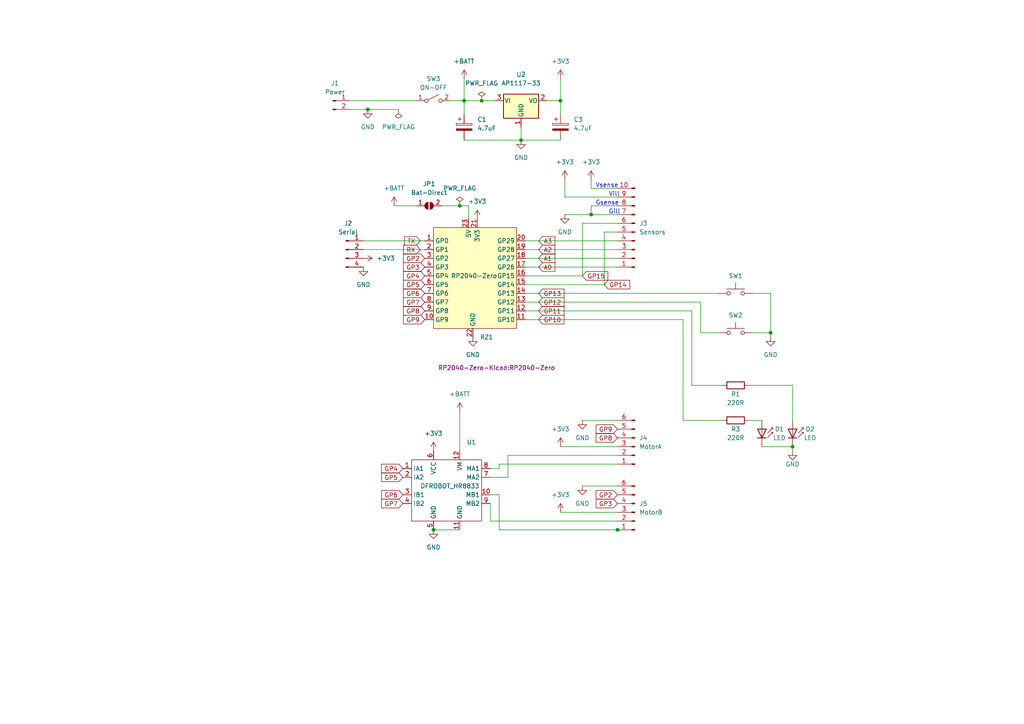
<source format=kicad_sch>
(kicad_sch (version 20211123) (generator eeschema)
  (paper "A4")
  (lib_symbols
    (symbol "Connector:Conn_01x02_Male" (pin_names (offset 1.016) hide)
      (property "Reference" "J" (at 0 2.54 0))
      (property "Value" "Conn_01x02_Male" (at 0 -5.08 0))
      (symbol "Conn_01x02_Male_1_1"
        (polyline (pts (xy 1.27 -2.54) (xy 0.8636 -2.54)) (stroke (width 0.1524)))
        (polyline (pts (xy 1.27 0) (xy 0.8636 0)) (stroke (width 0.1524)))
        (rectangle (start 0.8636 -2.413) (end 0 -2.667) (stroke (width 0.1524)) (fill (type outline)))
        (rectangle (start 0.8636 0.127) (end 0 -0.127) (stroke (width 0.1524)) (fill (type outline)))
        (pin passive line (at 5.08 0 180) (length 3.81) (name "Pin_1") (number "1"))
        (pin passive line (at 5.08 -2.54 180) (length 3.81) (name "Pin_2") (number "2"))
      )
    )
    (symbol "Connector:Conn_01x04_Male" (pin_names (offset 1.016) hide)
      (property "Reference" "J" (at 0 5.08 0))
      (property "Value" "Conn_01x04_Male" (at 0 -7.62 0))
      (symbol "Conn_01x04_Male_1_1"
        (polyline (pts (xy 1.27 -5.08) (xy 0.8636 -5.08)) (stroke (width 0.1524)))
        (polyline (pts (xy 1.27 -2.54) (xy 0.8636 -2.54)) (stroke (width 0.1524)))
        (polyline (pts (xy 1.27 0) (xy 0.8636 0)) (stroke (width 0.1524)))
        (polyline (pts (xy 1.27 2.54) (xy 0.8636 2.54)) (stroke (width 0.1524)))
        (rectangle (start 0.8636 -4.953) (end 0 -5.207) (stroke (width 0.1524)) (fill (type outline)))
        (rectangle (start 0.8636 -2.413) (end 0 -2.667) (stroke (width 0.1524)) (fill (type outline)))
        (rectangle (start 0.8636 0.127) (end 0 -0.127) (stroke (width 0.1524)) (fill (type outline)))
        (rectangle (start 0.8636 2.667) (end 0 2.413) (stroke (width 0.1524)) (fill (type outline)))
        (pin passive line (at 5.08 2.54 180) (length 3.81) (name "Pin_1") (number "1"))
        (pin passive line (at 5.08 0 180) (length 3.81) (name "Pin_2") (number "2"))
        (pin passive line (at 5.08 -2.54 180) (length 3.81) (name "Pin_3") (number "3"))
        (pin passive line (at 5.08 -5.08 180) (length 3.81) (name "Pin_4") (number "4"))
      )
    )
    (symbol "Connector:Conn_01x06_Male" (pin_names (offset 1.016) hide)
      (property "Reference" "J" (at 0 7.62 0))
      (property "Value" "Conn_01x06_Male" (at 0 -10.16 0))
      (symbol "Conn_01x06_Male_1_1"
        (polyline (pts (xy 1.27 -7.62) (xy 0.8636 -7.62)) (stroke (width 0.1524)))
        (polyline (pts (xy 1.27 -5.08) (xy 0.8636 -5.08)) (stroke (width 0.1524)))
        (polyline (pts (xy 1.27 -2.54) (xy 0.8636 -2.54)) (stroke (width 0.1524)))
        (polyline (pts (xy 1.27 0) (xy 0.8636 0)) (stroke (width 0.1524)))
        (polyline (pts (xy 1.27 2.54) (xy 0.8636 2.54)) (stroke (width 0.1524)))
        (polyline (pts (xy 1.27 5.08) (xy 0.8636 5.08)) (stroke (width 0.1524)))
        (rectangle (start 0.8636 -7.493) (end 0 -7.747) (stroke (width 0.1524)) (fill (type outline)))
        (rectangle (start 0.8636 -4.953) (end 0 -5.207) (stroke (width 0.1524)) (fill (type outline)))
        (rectangle (start 0.8636 -2.413) (end 0 -2.667) (stroke (width 0.1524)) (fill (type outline)))
        (rectangle (start 0.8636 0.127) (end 0 -0.127) (stroke (width 0.1524)) (fill (type outline)))
        (rectangle (start 0.8636 2.667) (end 0 2.413) (stroke (width 0.1524)) (fill (type outline)))
        (rectangle (start 0.8636 5.207) (end 0 4.953) (stroke (width 0.1524)) (fill (type outline)))
        (pin passive line (at 5.08 5.08 180) (length 3.81) (name "Pin_1") (number "1"))
        (pin passive line (at 5.08 2.54 180) (length 3.81) (name "Pin_2") (number "2"))
        (pin passive line (at 5.08 0 180) (length 3.81) (name "Pin_3") (number "3"))
        (pin passive line (at 5.08 -2.54 180) (length 3.81) (name "Pin_4") (number "4"))
        (pin passive line (at 5.08 -5.08 180) (length 3.81) (name "Pin_5") (number "5"))
        (pin passive line (at 5.08 -7.62 180) (length 3.81) (name "Pin_6") (number "6"))
      )
    )
    (symbol "Connector:Conn_01x10_Male" (pin_names (offset 1.016) hide)
      (property "Reference" "J" (at 0 12.7 0))
      (property "Value" "Conn_01x10_Male" (at 0 -15.24 0))
      (symbol "Conn_01x10_Male_1_1"
        (polyline (pts (xy 1.27 -12.7) (xy 0.8636 -12.7)) (stroke (width 0.1524)))
        (polyline (pts (xy 1.27 -10.16) (xy 0.8636 -10.16)) (stroke (width 0.1524)))
        (polyline (pts (xy 1.27 -7.62) (xy 0.8636 -7.62)) (stroke (width 0.1524)))
        (polyline (pts (xy 1.27 -5.08) (xy 0.8636 -5.08)) (stroke (width 0.1524)))
        (polyline (pts (xy 1.27 -2.54) (xy 0.8636 -2.54)) (stroke (width 0.1524)))
        (polyline (pts (xy 1.27 0) (xy 0.8636 0)) (stroke (width 0.1524)))
        (polyline (pts (xy 1.27 2.54) (xy 0.8636 2.54)) (stroke (width 0.1524)))
        (polyline (pts (xy 1.27 5.08) (xy 0.8636 5.08)) (stroke (width 0.1524)))
        (polyline (pts (xy 1.27 7.62) (xy 0.8636 7.62)) (stroke (width 0.1524)))
        (polyline (pts (xy 1.27 10.16) (xy 0.8636 10.16)) (stroke (width 0.1524)))
        (rectangle (start 0.8636 -12.573) (end 0 -12.827) (stroke (width 0.1524)) (fill (type outline)))
        (rectangle (start 0.8636 -10.033) (end 0 -10.287) (stroke (width 0.1524)) (fill (type outline)))
        (rectangle (start 0.8636 -7.493) (end 0 -7.747) (stroke (width 0.1524)) (fill (type outline)))
        (rectangle (start 0.8636 -4.953) (end 0 -5.207) (stroke (width 0.1524)) (fill (type outline)))
        (rectangle (start 0.8636 -2.413) (end 0 -2.667) (stroke (width 0.1524)) (fill (type outline)))
        (rectangle (start 0.8636 0.127) (end 0 -0.127) (stroke (width 0.1524)) (fill (type outline)))
        (rectangle (start 0.8636 2.667) (end 0 2.413) (stroke (width 0.1524)) (fill (type outline)))
        (rectangle (start 0.8636 5.207) (end 0 4.953) (stroke (width 0.1524)) (fill (type outline)))
        (rectangle (start 0.8636 7.747) (end 0 7.493) (stroke (width 0.1524)) (fill (type outline)))
        (rectangle (start 0.8636 10.287) (end 0 10.033) (stroke (width 0.1524)) (fill (type outline)))
        (pin passive line (at 5.08 10.16 180) (length 3.81) (name "Pin_1") (number "1"))
        (pin passive line (at 5.08 -12.7 180) (length 3.81) (name "Pin_10") (number "10"))
        (pin passive line (at 5.08 7.62 180) (length 3.81) (name "Pin_2") (number "2"))
        (pin passive line (at 5.08 5.08 180) (length 3.81) (name "Pin_3") (number "3"))
        (pin passive line (at 5.08 2.54 180) (length 3.81) (name "Pin_4") (number "4"))
        (pin passive line (at 5.08 0 180) (length 3.81) (name "Pin_5") (number "5"))
        (pin passive line (at 5.08 -2.54 180) (length 3.81) (name "Pin_6") (number "6"))
        (pin passive line (at 5.08 -5.08 180) (length 3.81) (name "Pin_7") (number "7"))
        (pin passive line (at 5.08 -7.62 180) (length 3.81) (name "Pin_8") (number "8"))
        (pin passive line (at 5.08 -10.16 180) (length 3.81) (name "Pin_9") (number "9"))
      )
    )
    (symbol "Device:C_Polarized" (pin_numbers hide) (pin_names (offset 0.254))
      (property "Reference" "C" (at 0.635 2.54 0))
      (property "Value" "C_Polarized" (at 0.635 -2.54 0))
      (symbol "C_Polarized_0_1"
        (rectangle (start -2.286 0.508) (end 2.286 1.016))
        (polyline (pts (xy -1.778 2.286) (xy -0.762 2.286)))
        (polyline (pts (xy -1.27 2.794) (xy -1.27 1.778)))
        (rectangle (start 2.286 -0.508) (end -2.286 -1.016) (fill (type outline)))
      )
      (symbol "C_Polarized_1_1"
        (pin passive line (at 0 3.81 270) (length 2.794) (name "~") (number "1"))
        (pin passive line (at 0 -3.81 90) (length 2.794) (name "~") (number "2"))
      )
    )
    (symbol "Device:R" (pin_numbers hide) (pin_names (offset 0))
      (property "Reference" "R" (at 2.032 0 90))
      (property "Value" "R" (at 0 0 90))
      (symbol "R_0_1"
        (rectangle (start -1.016 -2.54) (end 1.016 2.54) (stroke (width 0.254)))
      )
      (symbol "R_1_1"
        (pin passive line (at 0 3.81 270) (length 1.27) (name "~") (number "1"))
        (pin passive line (at 0 -3.81 90) (length 1.27) (name "~") (number "2"))
      )
    )
    (symbol "Jumper:SolderJumper_2_Open" (pin_names (offset 0) hide)
      (property "Reference" "JP" (at 0 2.032 0))
      (property "Value" "SolderJumper_2_Open" (at 0 -2.54 0))
      (symbol "SolderJumper_2_Open_0_1"
        (arc (start -0.254 1.016) (mid -1.27 0) (end -0.254 -1.016))
        (arc (start -0.254 1.016) (mid -1.27 0) (end -0.254 -1.016) (fill (type outline)))
        (polyline (pts (xy -0.254 1.016) (xy -0.254 -1.016)))
        (polyline (pts (xy 0.254 1.016) (xy 0.254 -1.016)))
        (arc (start 0.254 -1.016) (mid 1.27 0) (end 0.254 1.016))
        (arc (start 0.254 -1.016) (mid 1.27 0) (end 0.254 1.016) (fill (type outline)))
      )
      (symbol "SolderJumper_2_Open_1_1"
        (pin passive line (at -3.81 0 0) (length 2.54) (name "A") (number "1"))
        (pin passive line (at 3.81 0 180) (length 2.54) (name "B") (number "2"))
      )
    )
    (symbol "LED:SFH4346" (pin_numbers hide) (pin_names (offset 1.016) hide)
      (property "Reference" "D" (at 0.508 1.778 0))
      (property "Value" "SFH4346" (at -1.016 -2.794 0))
      (symbol "SFH4346_0_1"
        (polyline (pts (xy -2.54 1.27) (xy -2.54 -1.27)) (stroke (width 0.254)))
        (polyline (pts (xy 0 0) (xy -2.54 0)))
        (polyline (pts (xy 0.381 3.175) (xy -0.127 3.175)))
        (polyline (pts (xy -1.143 1.651) (xy 0.381 3.175) (xy 0.381 2.667)))
        (polyline (pts (xy 0 1.27) (xy -2.54 0) (xy 0 -1.27) (xy 0 1.27)) (stroke (width 0.254)))
        (polyline (pts (xy -2.413 1.651) (xy -0.889 3.175) (xy -0.889 2.667) (xy -0.889 3.175) (xy -1.397 3.175)))
      )
      (symbol "SFH4346_1_1"
        (pin passive line (at -5.08 0 0) (length 2.54) (name "K") (number "1"))
        (pin passive line (at 2.54 0 180) (length 2.54) (name "A") (number "2"))
      )
    )
    (symbol "MyMotorDrivers:DFROBOT_HR8833"
      (property "Reference" "U" (at 0 0 0))
      (property "Value" "DFROBOT_HR8833" (at 0 -8.89 0))
      (symbol "DFROBOT_HR8833_0_0"
        (pin input line (at -12.7 -3.81 0) (length 2.54) (name "IA1") (number "1"))
        (pin output line (at 12.7 -11.43 180) (length 2.54) (name "MB1") (number "10"))
        (pin power_in line (at 3.81 -21.59 90) (length 2.54) (name "GND") (number "11"))
        (pin power_in line (at 3.81 1.27 270) (length 2.54) (name "VM") (number "12"))
        (pin input line (at -12.7 -6.35 0) (length 2.54) (name "IA2") (number "2"))
        (pin input line (at -12.7 -11.43 0) (length 2.54) (name "IB1") (number "3"))
        (pin input line (at -12.7 -13.97 0) (length 2.54) (name "IB2") (number "4"))
        (pin power_in line (at -3.81 -21.59 90) (length 2.54) (name "GND") (number "5"))
        (pin power_in line (at -3.81 1.27 270) (length 2.54) (name "VCC") (number "6"))
        (pin output line (at 12.7 -6.35 180) (length 2.54) (name "MA2") (number "7"))
        (pin output line (at 12.7 -3.81 180) (length 2.54) (name "MA1") (number "8"))
        (pin output line (at 12.7 -13.97 180) (length 2.54) (name "MB2") (number "9"))
      )
      (symbol "DFROBOT_HR8833_0_1"
        (rectangle (start 10.16 -19.05) (end -10.16 -1.27))
      )
    )
    (symbol "Regulator_Linear:AP1117-33" (pin_names (offset 0.254))
      (property "Reference" "U" (at -3.81 3.175 0))
      (property "Value" "AP1117-33" (at 0 3.175 0))
      (symbol "AP1117-33_0_1"
        (rectangle (start -5.08 -5.08) (end 5.08 1.905) (stroke (width 0.254)) (fill (type background)))
      )
      (symbol "AP1117-33_1_1"
        (pin power_in line (at 0 -7.62 90) (length 2.54) (name "GND") (number "1"))
        (pin power_out line (at 7.62 0 180) (length 2.54) (name "VO") (number "2"))
        (pin power_in line (at -7.62 0 0) (length 2.54) (name "VI") (number "3"))
      )
    )
    (symbol "Switch:SW_Push" (pin_numbers hide) (pin_names (offset 1.016) hide)
      (property "Reference" "SW" (at 1.27 2.54 0))
      (property "Value" "SW_Push" (at 0 -1.524 0))
      (symbol "SW_Push_0_1"
        (circle (center -2.032 0) (radius 0.508))
        (polyline (pts (xy 0 1.27) (xy 0 3.048)))
        (polyline (pts (xy 2.54 1.27) (xy -2.54 1.27)))
        (circle (center 2.032 0) (radius 0.508))
        (pin passive line (at -5.08 0 0) (length 2.54) (name "1") (number "1"))
        (pin passive line (at 5.08 0 180) (length 2.54) (name "2") (number "2"))
      )
    )
    (symbol "Switch:SW_SPST" (pin_names (offset 0) hide)
      (property "Reference" "SW" (at 0 3.175 0))
      (property "Value" "SW_SPST" (at 0 -2.54 0))
      (symbol "SW_SPST_0_0"
        (circle (center -2.032 0) (radius 0.508))
        (polyline (pts (xy -1.524 0.254) (xy 1.524 1.778)))
        (circle (center 2.032 0) (radius 0.508))
      )
      (symbol "SW_SPST_1_1"
        (pin passive line (at -5.08 0 0) (length 2.54) (name "A") (number "1"))
        (pin passive line (at 5.08 0 180) (length 2.54) (name "B") (number "2"))
      )
    )
    (symbol "power:+3V3" (power) (pin_names (offset 0))
      (property "Value" "+3V3" (at 0 3.556 0))
      (symbol "+3V3_0_1"
        (polyline (pts (xy -0.762 1.27) (xy 0 2.54)))
        (polyline (pts (xy 0 0) (xy 0 2.54)))
        (polyline (pts (xy 0 2.54) (xy 0.762 1.27)))
      )
      (symbol "+3V3_1_1"
        (pin power_in line (at 0 0 90) (length 0) hide (name "+3V3") (number "1"))
      )
    )
    (symbol "power:+BATT" (power) (pin_names (offset 0))
      (property "Value" "+BATT" (at 0 3.556 0))
      (symbol "+BATT_0_1"
        (polyline (pts (xy -0.762 1.27) (xy 0 2.54)))
        (polyline (pts (xy 0 0) (xy 0 2.54)))
        (polyline (pts (xy 0 2.54) (xy 0.762 1.27)))
      )
      (symbol "+BATT_1_1"
        (pin power_in line (at 0 0 90) (length 0) hide (name "+BATT") (number "1"))
      )
    )
    (symbol "power:GND" (power) (pin_names (offset 0))
      (property "Value" "GND" (at 0 -3.81 0))
      (symbol "GND_0_1"
        (polyline (pts (xy 0 0) (xy 0 -1.27) (xy 1.27 -1.27) (xy 0 -2.54) (xy -1.27 -1.27) (xy 0 -1.27)))
      )
      (symbol "GND_1_1"
        (pin power_in line (at 0 0 270) (length 0) hide (name "GND") (number "1"))
      )
    )
    (symbol "power:PWR_FLAG" (power) (pin_numbers hide) (pin_names (offset 0) hide)
      (property "Value" "PWR_FLAG" (at 0 3.81 0))
      (symbol "PWR_FLAG_0_0"
        (pin power_out line (at 0 0 90) (length 0) (name "pwr") (number "1"))
      )
      (symbol "PWR_FLAG_0_1"
        (polyline (pts (xy 0 0) (xy 0 1.27) (xy -1.016 1.905) (xy 0 2.54) (xy 1.016 1.905) (xy 0 1.27)))
      )
    )
    (symbol "rp2040-zero:RP2040-Zero"
      (property "Reference" "RZ" (at 0 0 0))
      (property "Value" "RP2040-Zero" (at 0 -2.54 0))
      (property "Footprint" "RP2040-Zero:RP2040-Zero" (at 0 0 0))
      (symbol "RP2040-Zero_0_1"
        (rectangle (start -11.43 -15.24) (end 12.7 13.97) (fill (type background)))
      )
      (symbol "RP2040-Zero_1_1"
        (pin bidirectional line (at -13.97 10.16 0) (length 2.54) (name "GP0") (number "1"))
        (pin bidirectional line (at -13.97 -12.7 0) (length 2.54) (name "GP9") (number "10"))
        (pin bidirectional line (at 15.24 -12.7 180) (length 2.54) (name "GP10") (number "11"))
        (pin bidirectional line (at 15.24 -10.16 180) (length 2.54) (name "GP11") (number "12"))
        (pin bidirectional line (at 15.24 -7.62 180) (length 2.54) (name "GP12") (number "13"))
        (pin bidirectional line (at 15.24 -5.08 180) (length 2.54) (name "GP13") (number "14"))
        (pin bidirectional line (at 15.24 -2.54 180) (length 2.54) (name "GP14") (number "15"))
        (pin bidirectional line (at 15.24 0 180) (length 2.54) (name "GP15") (number "16"))
        (pin bidirectional line (at 15.24 2.54 180) (length 2.54) (name "GP26") (number "17"))
        (pin bidirectional line (at 15.24 5.08 180) (length 2.54) (name "GP27") (number "18"))
        (pin bidirectional line (at 15.24 7.62 180) (length 2.54) (name "GP28") (number "19"))
        (pin bidirectional line (at -13.97 7.62 0) (length 2.54) (name "GP1") (number "2"))
        (pin bidirectional line (at 15.24 10.16 180) (length 2.54) (name "GP29") (number "20"))
        (pin power_in line (at 1.27 16.51 270) (length 2.54) (name "3V3") (number "21"))
        (pin power_in line (at 0 -17.78 90) (length 2.54) (name "GND") (number "22"))
        (pin power_in line (at -1.27 16.51 270) (length 2.54) (name "5V") (number "23"))
        (pin bidirectional line (at -13.97 5.08 0) (length 2.54) (name "GP2") (number "3"))
        (pin bidirectional line (at -13.97 2.54 0) (length 2.54) (name "GP3") (number "4"))
        (pin bidirectional line (at -13.97 0 0) (length 2.54) (name "GP4") (number "5"))
        (pin bidirectional line (at -13.97 -2.54 0) (length 2.54) (name "GP5") (number "6"))
        (pin bidirectional line (at -13.97 -5.08 0) (length 2.54) (name "GP6") (number "7"))
        (pin bidirectional line (at -13.97 -7.62 0) (length 2.54) (name "GP7") (number "8"))
        (pin bidirectional line (at -13.97 -10.16 0) (length 2.54) (name "GP8") (number "9"))
      )
    )
  )
  (junction (at 223.52 96.52))
  (junction (at 106.68 31.75))
  (junction (at 151.13 40.64))
  (junction (at 125.73 153.67))
  (junction (at 134.62 29.21))
  (junction (at 171.45 62.23))
  (junction (at 229.87 129.54))
  (junction (at 179.07 153.67))
  (junction (at 162.56 29.21))
  (junction (at 139.7 29.21))
  (junction (at 133.35 59.69))
  (wire (pts (xy 106.68 31.75) (xy 101.6 31.75)))
  (wire (pts (xy 152.4 69.85) (xy 179.07 69.85)))
  (wire (pts (xy 203.2 96.52) (xy 208.28 96.52)))
  (wire (pts (xy 162.56 129.54) (xy 179.07 129.54)))
  (wire (pts (xy 147.32 132.08) (xy 179.07 132.08)))
  (wire (pts (xy 162.56 148.59) (xy 179.07 148.59)))
  (wire (pts (xy 152.4 90.17) (xy 200.66 90.17)))
  (wire (pts (xy 115.57 31.75) (xy 106.68 31.75)))
  (wire (pts (xy 168.91 140.97) (xy 179.07 140.97)))
  (wire (pts (xy 147.32 132.08) (xy 147.32 138.43)))
  (wire (pts (xy 223.52 85.09) (xy 218.44 85.09)))
  (wire (pts (xy 152.4 74.93) (xy 179.07 74.93)))
  (wire (pts (xy 134.62 22.86) (xy 134.62 29.21)))
  (wire (pts (xy 162.56 29.21) (xy 162.56 33.02)))
  (wire (pts (xy 158.75 29.21) (xy 162.56 29.21)))
  (wire (pts (xy 168.91 64.77) (xy 168.91 80.01)))
  (wire (pts (xy 179.07 153.67) (xy 180.34 153.67)))
  (wire (pts (xy 179.07 59.69) (xy 171.45 59.69)))
  (wire (pts (xy 147.32 138.43) (xy 142.24 138.43)))
  (wire (pts (xy 175.26 67.31) (xy 179.07 67.31)))
  (wire (pts (xy 134.62 29.21) (xy 134.62 33.02)))
  (wire (pts (xy 144.78 134.62) (xy 144.78 135.89)))
  (wire (pts (xy 218.44 96.52) (xy 223.52 96.52)))
  (wire (pts (xy 105.41 69.85) (xy 123.19 69.85)))
  (wire (pts (xy 142.24 143.51) (xy 144.78 143.51)))
  (wire (pts (xy 179.07 134.62) (xy 144.78 134.62)))
  (wire (pts (xy 217.17 121.92) (xy 220.98 121.92)))
  (wire (pts (xy 152.4 80.01) (xy 168.91 80.01)))
  (wire (pts (xy 151.13 40.64) (xy 162.56 40.64)))
  (wire (pts (xy 139.7 29.21) (xy 143.51 29.21)))
  (wire (pts (xy 152.4 92.71) (xy 198.12 92.71)))
  (wire (pts (xy 133.35 59.69) (xy 135.89 59.69)))
  (wire (pts (xy 198.12 121.92) (xy 209.55 121.92)))
  (wire (pts (xy 223.52 97.79) (xy 223.52 96.52)))
  (wire (pts (xy 198.12 92.71) (xy 198.12 121.92)))
  (wire (pts (xy 171.45 59.69) (xy 171.45 62.23)))
  (wire (pts (xy 168.91 121.92) (xy 179.07 121.92)))
  (wire (pts (xy 152.4 87.63) (xy 203.2 87.63)))
  (wire (pts (xy 200.66 90.17) (xy 200.66 111.76)))
  (wire (pts (xy 142.24 151.13) (xy 179.07 151.13)))
  (wire (pts (xy 133.35 119.38) (xy 133.35 130.81)))
  (wire (pts (xy 163.83 57.15) (xy 179.07 57.15)))
  (wire (pts (xy 101.6 29.21) (xy 120.65 29.21)))
  (wire (pts (xy 114.3 59.69) (xy 120.65 59.69)))
  (wire (pts (xy 171.45 52.07) (xy 171.45 54.61)))
  (wire (pts (xy 125.73 153.67) (xy 133.35 153.67)))
  (wire (pts (xy 220.98 129.54) (xy 229.87 129.54)))
  (wire (pts (xy 152.4 82.55) (xy 175.26 82.55)))
  (wire (pts (xy 144.78 153.67) (xy 179.07 153.67)))
  (wire (pts (xy 163.83 62.23) (xy 171.45 62.23)))
  (wire (pts (xy 105.41 72.39) (xy 123.19 72.39)))
  (wire (pts (xy 217.17 111.76) (xy 229.87 111.76)))
  (wire (pts (xy 152.4 72.39) (xy 179.07 72.39)))
  (wire (pts (xy 144.78 143.51) (xy 144.78 153.67)))
  (wire (pts (xy 135.89 59.69) (xy 135.89 63.5)))
  (wire (pts (xy 142.24 146.05) (xy 142.24 151.13)))
  (wire (pts (xy 152.4 77.47) (xy 179.07 77.47)))
  (wire (pts (xy 229.87 129.54) (xy 229.87 130.81)))
  (wire (pts (xy 223.52 85.09) (xy 223.52 96.52)))
  (wire (pts (xy 175.26 82.55) (xy 175.26 67.31)))
  (wire (pts (xy 130.81 29.21) (xy 134.62 29.21)))
  (wire (pts (xy 152.4 85.09) (xy 208.28 85.09)))
  (wire (pts (xy 171.45 54.61) (xy 179.07 54.61)))
  (wire (pts (xy 163.83 52.07) (xy 163.83 57.15)))
  (wire (pts (xy 229.87 111.76) (xy 229.87 121.92)))
  (wire (pts (xy 142.24 135.89) (xy 144.78 135.89)))
  (wire (pts (xy 203.2 87.63) (xy 203.2 96.52)))
  (wire (pts (xy 134.62 40.64) (xy 151.13 40.64)))
  (wire (pts (xy 134.62 29.21) (xy 139.7 29.21)))
  (wire (pts (xy 200.66 111.76) (xy 209.55 111.76)))
  (wire (pts (xy 128.27 59.69) (xy 133.35 59.69)))
  (wire (pts (xy 162.56 22.86) (xy 162.56 29.21)))
  (wire (pts (xy 171.45 62.23) (xy 179.07 62.23)))
  (wire (pts (xy 168.91 64.77) (xy 179.07 64.77)))
  (wire (pts (xy 151.13 36.83) (xy 151.13 40.64)))
  (text "Gsense" (at 172.72 59.69 0) (effects (font (size 1.27 1.27)) (justify left bottom)))
  (text "Gill" (at 176.53 62.23 0) (effects (font (size 1.27 1.27)) (justify left bottom)))
  (text "Vsense" (at 172.72 54.61 0) (effects (font (size 1.27 1.27)) (justify left bottom)))
  (text "Vill" (at 176.53 57.15 0) (effects (font (size 1.27 1.27)) (justify left bottom)))
  (global_label "A2" (shape input) (at 156.21 72.39 0) (property "Intersheet References" "${INTERSHEET_REFS}" (effects hide)))
  (global_label "GP6" (shape input) (at 116.84 143.51 180) (property "Intersheet References" "${INTERSHEET_REFS}" (effects hide)))
  (global_label "GP2" (shape input) (at 123.19 74.93 180) (property "Intersheet References" "${INTERSHEET_REFS}" (effects hide)))
  (global_label "GP11" (shape input) (at 156.21 90.17 0) (property "Intersheet References" "${INTERSHEET_REFS}" (effects hide)))
  (global_label "GP15" (shape input) (at 168.91 80.01 0) (property "Intersheet References" "${INTERSHEET_REFS}" (effects hide)))
  (global_label "A0" (shape input) (at 156.21 77.47 0) (property "Intersheet References" "${INTERSHEET_REFS}" (effects hide)))
  (global_label "GP14" (shape input) (at 175.26 82.55 0) (property "Intersheet References" "${INTERSHEET_REFS}" (effects hide)))
  (global_label "RX" (shape input) (at 121.92 72.39 180) (property "Intersheet References" "${INTERSHEET_REFS}" (effects hide)))
  (global_label "GP13" (shape input) (at 156.21 85.09 0) (property "Intersheet References" "${INTERSHEET_REFS}" (effects hide)))
  (global_label "GP7" (shape input) (at 116.84 146.05 180) (property "Intersheet References" "${INTERSHEET_REFS}" (effects hide)))
  (global_label "GP7" (shape input) (at 123.19 87.63 180) (property "Intersheet References" "${INTERSHEET_REFS}" (effects hide)))
  (global_label "GP4" (shape input) (at 116.84 135.89 180) (property "Intersheet References" "${INTERSHEET_REFS}" (effects hide)))
  (global_label "TX" (shape input) (at 121.92 69.85 180) (property "Intersheet References" "${INTERSHEET_REFS}" (effects hide)))
  (global_label "A3" (shape input) (at 156.21 69.85 0) (property "Intersheet References" "${INTERSHEET_REFS}" (effects hide)))
  (global_label "GP8" (shape input) (at 179.07 127 180) (property "Intersheet References" "${INTERSHEET_REFS}" (effects hide)))
  (global_label "GP9" (shape input) (at 179.07 124.46 180) (property "Intersheet References" "${INTERSHEET_REFS}" (effects hide)))
  (global_label "GP6" (shape input) (at 123.19 85.09 180) (property "Intersheet References" "${INTERSHEET_REFS}" (effects hide)))
  (global_label "GP3" (shape input) (at 179.07 146.05 180) (property "Intersheet References" "${INTERSHEET_REFS}" (effects hide)))
  (global_label "GP3" (shape input) (at 123.19 77.47 180) (property "Intersheet References" "${INTERSHEET_REFS}" (effects hide)))
  (global_label "GP12" (shape input) (at 156.21 87.63 0) (property "Intersheet References" "${INTERSHEET_REFS}" (effects hide)))
  (global_label "GP5" (shape input) (at 116.84 138.43 180) (property "Intersheet References" "${INTERSHEET_REFS}" (effects hide)))
  (global_label "GP9" (shape input) (at 123.19 92.71 180) (property "Intersheet References" "${INTERSHEET_REFS}" (effects hide)))
  (global_label "GP4" (shape input) (at 123.19 80.01 180) (property "Intersheet References" "${INTERSHEET_REFS}" (effects hide)))
  (global_label "A1" (shape input) (at 156.21 74.93 0) (property "Intersheet References" "${INTERSHEET_REFS}" (effects hide)))
  (global_label "GP10" (shape input) (at 156.21 92.71 0) (property "Intersheet References" "${INTERSHEET_REFS}" (effects hide)))
  (global_label "GP8" (shape input) (at 123.19 90.17 180) (property "Intersheet References" "${INTERSHEET_REFS}" (effects hide)))
  (global_label "GP5" (shape input) (at 123.19 82.55 180) (property "Intersheet References" "${INTERSHEET_REFS}" (effects hide)))
  (global_label "GP2" (shape input) (at 179.07 143.51 180) (property "Intersheet References" "${INTERSHEET_REFS}" (effects hide)))
  (symbol (lib_id "power:PWR_FLAG") (at 115.57 31.75 180) (unit 1)
    (property "Reference" "#FLG0103" (effects hide))
    (property "Value" "PWR_FLAG" (at 115.57 36.83 0))
  )
  (symbol (lib_id "Switch:SW_SPST") (at 125.73 29.21 0) (unit 1)
    (property "Reference" "SW3" (at 125.73 22.86 0))
    (property "Value" "ON-OFF" (at 125.73 25.4 0))
    (property "Footprint" "Button_Switch_SMD:SW_SPDT_PCM12" (effects hide))
  )
  (symbol (lib_id "power:GND") (at 137.16 97.79 0) (unit 1)
    (property "Reference" "#PWR0119" (effects hide))
    (property "Value" "GND" (at 137.16 102.87 0))
  )
  (symbol (lib_id "power:GND") (at 168.91 140.97 0) (unit 1)
    (property "Reference" "#PWR0107" (effects hide))
    (property "Value" "GND" (at 168.91 146.05 0))
  )
  (symbol (lib_id "Connector:Conn_01x04_Male") (at 100.33 72.39 0) (unit 1)
    (property "Reference" "J2" (at 100.965 64.77 0))
    (property "Value" "Serial" (at 100.965 67.31 0))
    (property "Footprint" "Connector_PinHeader_2.54mm:PinHeader_1x04_P2.54mm_Vertical" (effects hide))
  )
  (symbol (lib_id "power:PWR_FLAG") (at 133.35 59.69 0) (unit 1)
    (property "Reference" "#FLG0102" (effects hide))
    (property "Value" "PWR_FLAG" (at 133.35 54.61 0))
  )
  (symbol (lib_id "LED:SFH4346") (at 229.87 124.46 270) (mirror x) (unit 1)
    (property "Reference" "D2" (at 234.95 124.46 90))
    (property "Value" "LED" (at 234.95 127 90))
    (property "Footprint" "LED_THT:LED_D3.0mm" (effects hide))
    (property "Datasheet" "http://cdn-reichelt.de/documents/datenblatt/A500/SFH4346.pdf" (effects hide))
  )
  (symbol (lib_id "Switch:SW_Push") (at 213.36 96.52 0) (unit 1)
    (property "Reference" "SW2" (at 213.36 91.44 0))
    (property "Value" "SW_Push" (effects hide))
    (property "Footprint" "Button_Switch_SMD:SW_Push_SPST_NO_Alps_SKRK" (effects hide))
  )
  (symbol (lib_id "power:GND") (at 163.83 62.23 0) (unit 1)
    (property "Reference" "#PWR0110" (effects hide))
    (property "Value" "GND" (at 163.83 67.31 0))
  )
  (symbol (lib_id "Regulator_Linear:AP1117-33") (at 151.13 29.21 0) (unit 1)
    (property "Reference" "U2" (at 151.13 21.59 0))
    (property "Value" "AP1117-33" (at 151.13 24.13 0))
    (property "Footprint" "Package_TO_SOT_SMD:SOT-223-3_TabPin2" (effects hide))
    (property "Datasheet" "http://www.diodes.com/datasheets/AP1117.pdf" (effects hide))
  )
  (symbol (lib_id "power:+BATT") (at 134.62 22.86 0) (unit 1)
    (property "Reference" "#PWR0113" (effects hide))
    (property "Value" "+BATT" (at 134.62 17.78 0))
  )
  (symbol (lib_id "MyMotorDrivers:DFROBOT_HR8833") (at 129.54 132.08 0) (unit 1)
    (property "Reference" "U1" (at 135.3694 128.27 0) (effects (justify left)))
    (property "Value" "DFROBOT_HR8833" (at 121.92 140.97 0) (effects (justify left)))
    (property "Footprint" "MyMotorDrivers:DFROBOT_HR8833" (effects hide))
  )
  (symbol (lib_id "Connector:Conn_01x02_Male") (at 96.52 29.21 0) (unit 1)
    (property "Reference" "J1" (at 97.155 24.13 0))
    (property "Value" "Power" (at 97.155 26.67 0))
    (property "Footprint" "Connector_JST:JST_PH_B2B-PH-K_1x02_P2.00mm_Vertical" (effects hide))
  )
  (symbol (lib_id "power:GND") (at 229.87 130.81 0) (unit 1)
    (property "Reference" "#PWR0118" (effects hide))
    (property "Value" "GND" (at 229.87 134.62 0))
  )
  (symbol (lib_id "power:GND") (at 151.13 40.64 0) (unit 1)
    (property "Reference" "#PWR02" (effects hide))
    (property "Value" "GND" (at 151.13 45.72 0))
  )
  (symbol (lib_id "Jumper:SolderJumper_2_Open") (at 124.46 59.69 0) (unit 1)
    (property "Reference" "JP1" (at 124.46 53.34 0))
    (property "Value" "Bat-Direct" (at 124.46 55.88 0))
    (property "Footprint" "Jumper:SolderJumper-2_P1.3mm_Open_Pad1.0x1.5mm" (effects hide))
  )
  (symbol (lib_id "Connector:Conn_01x10_Male") (at 184.15 67.31 180) (unit 1)
    (property "Reference" "J3" (at 185.42 64.7699 0) (effects (justify right)))
    (property "Value" "Sensors" (at 185.42 67.3099 0) (effects (justify right)))
    (property "Footprint" "Connector_PinHeader_1.27mm:PinHeader_1x10_P1.27mm_Vertical" (effects hide))
  )
  (symbol (lib_id "power:+BATT") (at 114.3 59.69 0) (unit 1)
    (property "Reference" "#PWR0109" (effects hide))
    (property "Value" "+BATT" (at 114.3 54.61 0))
  )
  (symbol (lib_id "power:PWR_FLAG") (at 139.7 29.21 0) (unit 1)
    (property "Reference" "#FLG0101" (effects hide))
    (property "Value" "PWR_FLAG" (at 139.7 24.13 0))
  )
  (symbol (lib_id "Device:R") (at 213.36 111.76 90) (unit 1)
    (property "Reference" "R1" (at 213.36 114.3 90))
    (property "Value" "220R" (at 213.36 116.84 90))
    (property "Footprint" "Resistor_SMD:R_0805_2012Metric_Pad1.20x1.40mm_HandSolder" (effects hide))
  )
  (symbol (lib_id "power:+3V3") (at 125.73 130.81 0) (unit 1)
    (property "Reference" "#PWR0103" (effects hide))
    (property "Value" "+3V3" (at 125.73 125.73 0))
  )
  (symbol (lib_id "power:+3V3") (at 105.41 74.93 270) (unit 1)
    (property "Reference" "#PWR0111" (effects hide))
    (property "Value" "+3V3" (at 109.22 74.9299 90) (effects (justify left)))
  )
  (symbol (lib_id "power:+3V3") (at 171.45 52.07 0) (unit 1)
    (property "Reference" "#PWR0115" (effects hide))
    (property "Value" "+3V3" (at 171.45 46.99 0))
  )
  (symbol (lib_id "Connector:Conn_01x06_Male") (at 184.15 129.54 180) (unit 1)
    (property "Reference" "J4" (at 185.42 126.9999 0) (effects (justify right)))
    (property "Value" "MotorA" (at 185.42 129.5399 0) (effects (justify right)))
    (property "Footprint" "Connector_PinHeader_1.27mm:PinHeader_1x06_P1.27mm_Vertical" (effects hide))
  )
  (symbol (lib_id "Switch:SW_Push") (at 213.36 85.09 0) (unit 1)
    (property "Reference" "SW1" (at 213.36 80.01 0))
    (property "Value" "SW_Push" (effects hide))
    (property "Footprint" "Button_Switch_SMD:SW_Push_SPST_NO_Alps_SKRK" (effects hide))
  )
  (symbol (lib_id "power:GND") (at 106.68 31.75 0) (unit 1)
    (property "Reference" "#PWR0114" (effects hide))
    (property "Value" "GND" (at 106.68 36.83 0))
  )
  (symbol (lib_id "power:+3V3") (at 162.56 22.86 0) (unit 1)
    (property "Reference" "#PWR03" (effects hide))
    (property "Value" "+3V3" (at 162.56 17.78 0))
  )
  (symbol (lib_id "Device:C_Polarized") (at 134.62 36.83 0) (unit 1)
    (property "Reference" "C1" (at 138.43 34.6709 0) (effects (justify left)))
    (property "Value" "4.7uF" (at 138.43 37.2109 0) (effects (justify left)))
    (property "Footprint" "Capacitor_SMD:C_0805_2012Metric_Pad1.18x1.45mm_HandSolder" (effects hide))
  )
  (symbol (lib_id "power:GND") (at 105.41 77.47 0) (unit 1)
    (property "Reference" "#PWR0112" (effects hide))
    (property "Value" "GND" (at 105.41 82.55 0))
  )
  (symbol (lib_id "power:GND") (at 125.73 153.67 0) (unit 1)
    (property "Reference" "#PWR0101" (effects hide))
    (property "Value" "GND" (at 125.73 158.75 0))
  )
  (symbol (lib_id "power:+3V3") (at 162.56 129.54 0) (unit 1)
    (property "Reference" "#PWR0105" (effects hide))
    (property "Value" "+3V3" (at 162.56 124.46 0))
  )
  (symbol (lib_id "LED:SFH4346") (at 220.98 124.46 270) (mirror x) (unit 1)
    (property "Reference" "D1" (at 226.06 124.46 90))
    (property "Value" "LED" (at 226.06 127 90))
    (property "Footprint" "LED_THT:LED_D3.0mm" (effects hide))
    (property "Datasheet" "http://cdn-reichelt.de/documents/datenblatt/A500/SFH4346.pdf" (effects hide))
  )
  (symbol (lib_id "power:GND") (at 223.52 97.79 0) (unit 1)
    (property "Reference" "#PWR0117" (effects hide))
    (property "Value" "GND" (at 223.52 102.87 0))
  )
  (symbol (lib_id "power:+3V3") (at 138.43 63.5 0) (unit 1)
    (property "Reference" "#PWR0108" (effects hide))
    (property "Value" "+3V3" (at 138.43 58.42 0))
  )
  (symbol (lib_id "Device:R") (at 213.36 121.92 90) (unit 1)
    (property "Reference" "R3" (at 213.36 124.46 90))
    (property "Value" "220R" (at 213.36 127 90))
    (property "Footprint" "Resistor_SMD:R_0805_2012Metric_Pad1.20x1.40mm_HandSolder" (effects hide))
  )
  (symbol (lib_id "Connector:Conn_01x06_Male") (at 184.15 148.59 180) (unit 1)
    (property "Reference" "J5" (at 185.42 146.0499 0) (effects (justify right)))
    (property "Value" "MotorB" (at 185.42 148.5899 0) (effects (justify right)))
    (property "Footprint" "Connector_PinHeader_1.27mm:PinHeader_1x06_P1.27mm_Vertical" (effects hide))
  )
  (symbol (lib_id "rp2040-zero:RP2040-Zero") (at 137.16 80.01 0) (unit 1)
    (property "Reference" "RZ1" (at 139.1794 97.79 0) (effects (justify left)))
    (property "Value" "RP2040-Zero" (at 130.81 80.01 0) (effects (justify left)))
    (property "Footprint" "RP2040-Zero-Kicad:RP2040-Zero" (at 127 106.68 0) (effects (justify left)))
  )
  (symbol (lib_id "power:GND") (at 168.91 121.92 0) (unit 1)
    (property "Reference" "#PWR0106" (effects hide))
    (property "Value" "GND" (at 168.91 127 0))
  )
  (symbol (lib_id "power:+3V3") (at 163.83 52.07 0) (unit 1)
    (property "Reference" "#PWR0116" (effects hide))
    (property "Value" "+3V3" (at 163.83 46.99 0))
  )
  (symbol (lib_id "power:+3V3") (at 162.56 148.59 0) (unit 1)
    (property "Reference" "#PWR0104" (effects hide))
    (property "Value" "+3V3" (at 162.56 143.51 0))
  )
  (symbol (lib_id "power:+BATT") (at 133.35 119.38 0) (unit 1)
    (property "Reference" "#PWR0102" (effects hide))
    (property "Value" "+BATT" (at 133.35 114.3 0))
  )
  (symbol (lib_id "Device:C_Polarized") (at 162.56 36.83 0) (unit 1)
    (property "Reference" "C3" (at 166.37 34.6709 0) (effects (justify left)))
    (property "Value" "4.7uF" (at 166.37 37.2109 0) (effects (justify left)))
    (property "Footprint" "Capacitor_SMD:C_0805_2012Metric_Pad1.18x1.45mm_HandSolder" (effects hide))
  )
)
</source>
